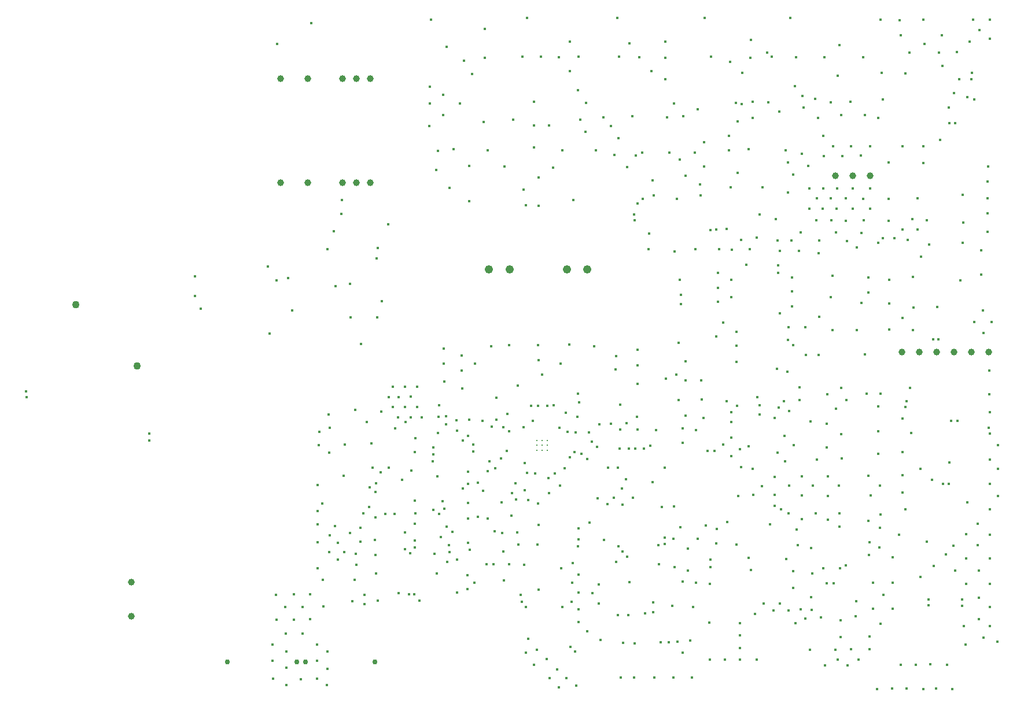
<source format=gbr>
%TF.GenerationSoftware,KiCad,Pcbnew,8.0.2*%
%TF.CreationDate,2025-03-18T14:51:49+01:00*%
%TF.ProjectId,Master_FT25,4d617374-6572-45f4-9654-32352e6b6963,rev?*%
%TF.SameCoordinates,Original*%
%TF.FileFunction,Plated,1,4,PTH,Drill*%
%TF.FilePolarity,Positive*%
%FSLAX46Y46*%
G04 Gerber Fmt 4.6, Leading zero omitted, Abs format (unit mm)*
G04 Created by KiCad (PCBNEW 8.0.2) date 2025-03-18 14:51:49*
%MOMM*%
%LPD*%
G01*
G04 APERTURE LIST*
%TA.AperFunction,ComponentDrill*%
%ADD10C,0.300000*%
%TD*%
%TA.AperFunction,ViaDrill*%
%ADD11C,0.400000*%
%TD*%
%TA.AperFunction,ComponentDrill*%
%ADD12C,0.760000*%
%TD*%
%TA.AperFunction,ComponentDrill*%
%ADD13C,1.000000*%
%TD*%
%TA.AperFunction,ComponentDrill*%
%ADD14C,1.100000*%
%TD*%
%TA.AperFunction,ComponentDrill*%
%ADD15C,1.220000*%
%TD*%
G04 APERTURE END LIST*
D10*
%TO.C,IC2*%
X130700000Y-101600000D03*
X130700000Y-102350000D03*
X130700000Y-103100000D03*
X131450000Y-101600000D03*
X131450000Y-102350000D03*
X131450000Y-103100000D03*
X132200000Y-101600000D03*
X132200000Y-102350000D03*
X132200000Y-103100000D03*
%TD*%
D11*
X55900000Y-94450000D03*
X56020209Y-95291460D03*
X73950000Y-100600000D03*
X73950000Y-101600000D03*
X80637500Y-80475000D03*
X80700000Y-77575000D03*
X81550000Y-82300000D03*
X91350000Y-76125000D03*
X91575000Y-85975000D03*
X92000000Y-131500000D03*
X92020000Y-133890000D03*
X92060000Y-136480000D03*
X92540000Y-124220000D03*
X92570000Y-127880000D03*
X92625000Y-78200000D03*
X92650000Y-43550000D03*
X93880000Y-126060000D03*
X93920000Y-129900000D03*
X94000000Y-132500000D03*
X94020000Y-134890000D03*
X94060000Y-137480000D03*
X94287500Y-77812500D03*
X94850000Y-82550000D03*
X95130000Y-124180000D03*
X95160000Y-127840000D03*
X96200000Y-136600000D03*
X96430000Y-126040000D03*
X96450000Y-129940000D03*
X97520000Y-124160000D03*
X97550000Y-127820000D03*
X97680000Y-40520000D03*
X98500000Y-131500000D03*
X98520000Y-133890000D03*
X98560000Y-136480000D03*
X98600000Y-108150000D03*
X98600000Y-112000000D03*
X98600000Y-116500000D03*
X98600000Y-120350000D03*
X98650000Y-113940000D03*
X98800000Y-102350000D03*
X98850000Y-100400000D03*
X99280000Y-110900000D03*
X99400000Y-122050000D03*
X99420000Y-125960000D03*
X100000000Y-137480000D03*
X100020001Y-135090000D03*
X100059999Y-132500000D03*
X100087500Y-73637500D03*
X100250000Y-97800000D03*
X100300000Y-103450000D03*
X100300000Y-118000000D03*
X100390000Y-115500000D03*
X100400000Y-99750000D03*
X100950000Y-71000000D03*
X101160000Y-114150000D03*
X101275000Y-79025000D03*
X101550000Y-116650000D03*
X101550000Y-119100000D03*
X102125000Y-68475000D03*
X102162500Y-66387500D03*
X102450000Y-106810000D03*
X102550000Y-118000000D03*
X102600000Y-102240000D03*
X103330153Y-115204847D03*
X103332816Y-78725000D03*
X103400000Y-83600000D03*
X103700000Y-125150000D03*
X104000000Y-122000000D03*
X104125000Y-97125000D03*
X104200000Y-118200000D03*
X104250000Y-119810000D03*
X104840000Y-116440000D03*
X104850000Y-114430000D03*
X104955304Y-87465778D03*
X105301650Y-112275001D03*
X105500000Y-124200000D03*
X105510000Y-125630000D03*
X105849600Y-98925000D03*
X106137926Y-111387926D03*
X106250000Y-108500000D03*
X106500000Y-102025000D03*
X106670000Y-105580000D03*
X106962653Y-116237347D03*
X107050000Y-109160000D03*
X107050000Y-112871492D03*
X107050000Y-118400000D03*
X107170000Y-121100000D03*
X107200000Y-107880000D03*
X107250000Y-74925000D03*
X107300000Y-83600000D03*
X107400000Y-73475000D03*
X107400000Y-125050000D03*
X107860000Y-106260000D03*
X107950000Y-97400000D03*
X108025000Y-81200000D03*
X108500000Y-112350000D03*
X108908477Y-70010875D03*
X109000000Y-95300000D03*
X109020000Y-105585000D03*
X109600000Y-96750000D03*
X109650000Y-93800000D03*
X109850000Y-112350000D03*
X110000000Y-99875000D03*
X110399695Y-98225000D03*
X110450000Y-95250000D03*
X110500000Y-124000000D03*
X110949999Y-107375001D03*
X111371149Y-117590526D03*
X111399999Y-115075000D03*
X111400000Y-93800000D03*
X111400000Y-96700000D03*
X111450000Y-98949965D03*
X111950000Y-124150000D03*
X112200000Y-118150000D03*
X112250000Y-95200000D03*
X112250000Y-98250000D03*
X112299999Y-106025001D03*
X112750000Y-124150000D03*
X112874999Y-116270821D03*
X112875000Y-110450000D03*
X112875000Y-113800000D03*
X112875000Y-117325003D03*
X112875001Y-103298670D03*
X112950000Y-101325000D03*
X112950000Y-112300000D03*
X113150000Y-93800000D03*
X113150000Y-96750000D03*
X113480000Y-125100000D03*
X113875000Y-98250000D03*
X114950000Y-55600000D03*
X115000000Y-49850000D03*
X115000000Y-52300000D03*
X115250000Y-40000000D03*
X115450000Y-104725000D03*
X115518588Y-111821749D03*
X115570000Y-103660000D03*
X115575000Y-102625000D03*
X115700000Y-118250000D03*
X116000000Y-62000000D03*
X116020000Y-121080000D03*
X116175000Y-106870000D03*
X116224999Y-100550304D03*
X116250000Y-59250000D03*
X116300000Y-98200000D03*
X116400000Y-96500000D03*
X116420000Y-112350000D03*
X116675000Y-115774834D03*
X116900000Y-110523429D03*
X117000000Y-51000000D03*
X117000000Y-54000000D03*
X117050000Y-88150000D03*
X117100000Y-90400000D03*
X117138990Y-111654976D03*
X117150000Y-93000000D03*
X117450000Y-98050000D03*
X117450000Y-99300000D03*
X117500000Y-44000000D03*
X117512500Y-114250000D03*
X117600000Y-119430000D03*
X117854795Y-116942198D03*
X117900000Y-64600000D03*
X117940000Y-117938564D03*
X118313602Y-115000000D03*
X118500000Y-59000000D03*
X118932347Y-98707653D03*
X119010000Y-123880000D03*
X119027653Y-119077653D03*
X119050000Y-100160000D03*
X119400000Y-52300000D03*
X119675000Y-89225000D03*
X119675000Y-91375000D03*
X119800000Y-94000000D03*
X119850000Y-101675000D03*
X119850000Y-108625000D03*
X120025000Y-46000000D03*
X120550000Y-121400000D03*
X120560000Y-123420000D03*
X120600000Y-116610000D03*
X120625000Y-106200000D03*
X120625000Y-107948329D03*
X120625000Y-110795000D03*
X120625000Y-113025000D03*
X120650000Y-101000000D03*
X120770000Y-98600000D03*
X120800000Y-61400000D03*
X120800000Y-66550000D03*
X120900000Y-117625000D03*
X121200000Y-47925000D03*
X121375000Y-102250000D03*
X121375000Y-103250003D03*
X121600000Y-122500000D03*
X121650000Y-90350000D03*
X122075000Y-107850000D03*
X122075000Y-112850000D03*
X122750000Y-98750000D03*
X122800000Y-109019997D03*
X122890000Y-55010000D03*
X123050000Y-45550000D03*
X123075000Y-41325000D03*
X123318156Y-119788079D03*
X123500000Y-59100000D03*
X123525000Y-106150000D03*
X123530266Y-113075000D03*
X123800000Y-104650000D03*
X124000000Y-87800000D03*
X124100000Y-99600000D03*
X124340000Y-119788080D03*
X124525000Y-114950000D03*
X124600000Y-105700000D03*
X124800000Y-95400000D03*
X124800000Y-98625000D03*
X125440000Y-104250000D03*
X125540653Y-110715347D03*
X125600000Y-115150000D03*
X125750000Y-99700000D03*
X125823833Y-117873833D03*
X125883011Y-122138079D03*
X126000000Y-61500000D03*
X126330891Y-103151125D03*
X126375000Y-97725000D03*
X126600000Y-119788080D03*
X126650000Y-87625000D03*
X126656173Y-100293827D03*
X126950000Y-112650000D03*
X127050000Y-109350000D03*
X127230000Y-54650000D03*
X127600000Y-107890000D03*
X127630000Y-110310000D03*
X127800000Y-115075000D03*
X127925000Y-93600000D03*
X128000000Y-116900000D03*
X128301849Y-124274946D03*
X128473128Y-125260169D03*
X128550000Y-45450000D03*
X128750000Y-64925000D03*
X128763666Y-99726425D03*
X128800000Y-119800000D03*
X128900000Y-104900000D03*
X128900000Y-108940000D03*
X129080000Y-132700000D03*
X129100000Y-67200000D03*
X129110626Y-126030625D03*
X129250000Y-39750000D03*
X129300000Y-106400000D03*
X129400000Y-130650000D03*
X129440000Y-110330000D03*
X129849997Y-96550000D03*
X130150000Y-98725000D03*
X130250000Y-52000000D03*
X130250000Y-55500000D03*
X130250000Y-58750000D03*
X130300000Y-134450000D03*
X130475000Y-106437500D03*
X130700000Y-132300000D03*
X130800000Y-116900000D03*
X130850000Y-96550000D03*
X130900000Y-87700000D03*
X130900000Y-110900000D03*
X130950000Y-89850000D03*
X130950000Y-123500000D03*
X130975000Y-63100000D03*
X130975000Y-67225000D03*
X130975000Y-114030000D03*
X131300000Y-45450000D03*
X131475000Y-92000000D03*
X132100000Y-133650000D03*
X132188473Y-96524722D03*
X132425153Y-107149847D03*
X132462500Y-109337500D03*
X132500000Y-55500000D03*
X132550000Y-136450000D03*
X133050000Y-61700000D03*
X133200000Y-96450000D03*
X133350000Y-106429669D03*
X133700000Y-135200000D03*
X133900000Y-45500000D03*
X133900000Y-137750000D03*
X134000000Y-99800000D03*
X134097512Y-108202488D03*
X134200000Y-90400000D03*
X134250001Y-120342582D03*
X134400000Y-59100000D03*
X134425001Y-126036403D03*
X134799999Y-105704669D03*
X134900000Y-97550000D03*
X135050000Y-136400000D03*
X135224253Y-100375000D03*
X135425000Y-87600000D03*
X135500000Y-43250000D03*
X135500000Y-47500000D03*
X135550000Y-104076620D03*
X135614555Y-131835445D03*
X135750000Y-125250000D03*
X135850000Y-122450000D03*
X135950000Y-119600000D03*
X136000000Y-66450000D03*
X136209595Y-103325000D03*
X136321663Y-132560445D03*
X136337653Y-100412347D03*
X136500000Y-137500000D03*
X136600000Y-98200000D03*
X136675000Y-94750000D03*
X136700000Y-50350000D03*
X136750151Y-117094299D03*
X136800000Y-45425000D03*
X136800000Y-121300000D03*
X136800000Y-123900000D03*
X136800000Y-126400000D03*
X136800000Y-128200000D03*
X136802719Y-114495107D03*
X136816975Y-116096534D03*
X136850000Y-96050000D03*
X137050000Y-54660000D03*
X137250000Y-103550000D03*
X137790000Y-56410000D03*
X137900000Y-52200000D03*
X138050000Y-104375000D03*
X138100000Y-129560000D03*
X138350000Y-100450000D03*
X138425000Y-113650000D03*
X138787806Y-101837194D03*
X138800000Y-123950000D03*
X139050000Y-87825000D03*
X139300000Y-59100000D03*
X139494914Y-102544303D03*
X139630851Y-110080851D03*
X139725000Y-122700000D03*
X139800000Y-125550000D03*
X139850000Y-99250000D03*
X140000000Y-130850000D03*
X140400000Y-54300000D03*
X140550001Y-116234388D03*
X141000000Y-110920000D03*
X141110000Y-105600000D03*
X141500000Y-55600000D03*
X141550000Y-99150000D03*
X142000000Y-110000000D03*
X142010000Y-59800000D03*
X142250000Y-91250000D03*
X142275000Y-89300000D03*
X142292817Y-119414626D03*
X142500000Y-39750000D03*
X142550000Y-105600000D03*
X142570000Y-127237349D03*
X142630000Y-117094302D03*
X142640000Y-57340000D03*
X142750000Y-45400000D03*
X142850000Y-102800000D03*
X142900000Y-96350000D03*
X142900000Y-100050000D03*
X142950000Y-136351494D03*
X143125000Y-108675000D03*
X143209547Y-117909242D03*
X143250000Y-111000000D03*
X143350000Y-131300000D03*
X143750000Y-107300000D03*
X143850000Y-99100000D03*
X143890000Y-61570000D03*
X143934546Y-118634241D03*
X144099847Y-127174847D03*
X144125000Y-102800000D03*
X144250000Y-43500000D03*
X144287653Y-122337653D03*
X144700000Y-54150000D03*
X144750000Y-110050000D03*
X144915422Y-68554216D03*
X144950000Y-136350000D03*
X145000000Y-69400000D03*
X145050000Y-131325000D03*
X145100000Y-102800000D03*
X145150000Y-59875000D03*
X145375000Y-98200000D03*
X145400000Y-88350000D03*
X145400000Y-90650000D03*
X145400000Y-100000000D03*
X145410000Y-93380000D03*
X145450000Y-66900000D03*
X145675000Y-45500000D03*
X146100000Y-59450000D03*
X146175000Y-66275000D03*
X146349997Y-102800000D03*
X146500000Y-126950000D03*
X147075000Y-73625000D03*
X147100000Y-71350000D03*
X147281006Y-102435000D03*
X147500000Y-47500000D03*
X147600000Y-63550000D03*
X147674999Y-107721887D03*
X147700000Y-125350000D03*
X147700000Y-126800000D03*
X147820000Y-65750000D03*
X147900000Y-136350000D03*
X148125000Y-100075000D03*
X148460383Y-116925001D03*
X148597347Y-119722653D03*
X148800000Y-131150000D03*
X148950000Y-111350000D03*
X149417996Y-115832004D03*
X149450000Y-105600000D03*
X149455982Y-116831285D03*
X149500000Y-43250000D03*
X149500000Y-45600000D03*
X149500000Y-48750000D03*
X149550000Y-92600000D03*
X149750000Y-54320000D03*
X149975000Y-131175000D03*
X150060000Y-59510000D03*
X150550000Y-125850000D03*
X150650000Y-136351494D03*
X150700000Y-116050000D03*
X150749999Y-111275304D03*
X150800000Y-52300000D03*
X150825000Y-120175000D03*
X150837500Y-73962500D03*
X151100000Y-92000000D03*
X151225000Y-66250000D03*
X151299999Y-131125000D03*
X151450000Y-87325000D03*
X151450000Y-95700000D03*
X151575000Y-60475000D03*
X151637989Y-78087989D03*
X151700000Y-114300000D03*
X151800000Y-80300000D03*
X151825000Y-81625000D03*
X152021763Y-132725000D03*
X152024999Y-122324999D03*
X152050000Y-99850000D03*
X152070000Y-102000000D03*
X152150000Y-54110000D03*
X152450000Y-62875000D03*
X152450000Y-98000000D03*
X152500000Y-90000000D03*
X152500000Y-92800000D03*
X152800000Y-117500000D03*
X152800000Y-120700000D03*
X153125000Y-130950000D03*
X153400000Y-136350000D03*
X153575001Y-126022055D03*
X153780000Y-59500000D03*
X153900000Y-73600000D03*
X153997347Y-100072653D03*
X154000000Y-122500000D03*
X154200000Y-53150000D03*
X154200000Y-116000000D03*
X154600000Y-64100000D03*
X154650000Y-65725000D03*
X154750000Y-92800000D03*
X154850000Y-95650000D03*
X155100000Y-98350000D03*
X155150000Y-57960000D03*
X155175000Y-61475000D03*
X155250000Y-39750000D03*
X155410000Y-114120000D03*
X155698730Y-103174035D03*
X155900000Y-128325000D03*
X156000000Y-133750000D03*
X156024999Y-122674999D03*
X156075000Y-70800000D03*
X156112499Y-119102500D03*
X156115000Y-120170000D03*
X156150000Y-45450000D03*
X156725000Y-103175000D03*
X156925000Y-70750000D03*
X156950000Y-116675000D03*
X156975000Y-86400000D03*
X157074999Y-114606249D03*
X157175000Y-81325000D03*
X157200000Y-79250000D03*
X157225000Y-77075000D03*
X157401167Y-73604289D03*
X157950000Y-84400000D03*
X157975000Y-102225000D03*
X158250000Y-133750000D03*
X158490000Y-95900000D03*
X158500000Y-70650000D03*
X158550000Y-113580000D03*
X158770000Y-57020000D03*
X158800000Y-59100000D03*
X158975000Y-46195585D03*
X159100000Y-64550000D03*
X159120000Y-97450000D03*
X159125000Y-78125000D03*
X159150000Y-80650000D03*
X159150000Y-101210000D03*
X159160000Y-98897653D03*
X159180000Y-103960000D03*
X159275000Y-73675000D03*
X159816305Y-52200000D03*
X159890000Y-116875000D03*
X159900000Y-85700000D03*
X159950000Y-87750000D03*
X159950000Y-90125000D03*
X160000000Y-96530000D03*
X160100000Y-54890000D03*
X160100000Y-62450000D03*
X160145000Y-109775000D03*
X160400000Y-102920000D03*
X160400000Y-128350000D03*
X160400000Y-130200000D03*
X160400000Y-132000000D03*
X160400000Y-133750000D03*
X160550000Y-105550000D03*
X160600000Y-72275000D03*
X160650000Y-52325000D03*
X160750000Y-47750000D03*
X161325000Y-75925000D03*
X161650000Y-59000000D03*
X161650000Y-102450000D03*
X161729696Y-118824999D03*
X161875000Y-73650000D03*
X161950000Y-45600000D03*
X162000000Y-43000000D03*
X162024577Y-120619272D03*
X162250000Y-52000000D03*
X162275000Y-54350000D03*
X162325000Y-105750000D03*
X162350000Y-109600000D03*
X162600000Y-127000000D03*
X162850000Y-71900000D03*
X162850000Y-133750000D03*
X162990000Y-95260000D03*
X163275000Y-97850000D03*
X163280000Y-96494999D03*
X163300000Y-68500000D03*
X163650000Y-108300000D03*
X163750000Y-64550000D03*
X163875000Y-125525000D03*
X164375000Y-44800000D03*
X164600000Y-52100000D03*
X164825000Y-113900000D03*
X165075000Y-45450000D03*
X165350000Y-126500000D03*
X165500000Y-98300000D03*
X165500000Y-107000000D03*
X165500000Y-109600000D03*
X165500000Y-111225000D03*
X165650000Y-69225000D03*
X165800000Y-91100000D03*
X165900000Y-72300000D03*
X165950000Y-103400000D03*
X166050000Y-75960000D03*
X166050000Y-77100000D03*
X166075001Y-96800000D03*
X166170000Y-53470000D03*
X166250000Y-73850000D03*
X166250000Y-83000000D03*
X166250000Y-125500000D03*
X166463521Y-111675000D03*
X166875003Y-95850000D03*
X166975000Y-100930000D03*
X167000000Y-104650000D03*
X167100000Y-59100000D03*
X167200000Y-118950000D03*
X167345153Y-91530153D03*
X167450000Y-60950000D03*
X167450000Y-65275000D03*
X167450000Y-86900000D03*
X167525000Y-126500000D03*
X167550000Y-85000000D03*
X167570000Y-112320000D03*
X167575000Y-108275000D03*
X167585000Y-97309640D03*
X167750000Y-39750000D03*
X167975000Y-72300000D03*
X168000000Y-77750000D03*
X168000000Y-79750000D03*
X168000000Y-82000000D03*
X168200000Y-62700000D03*
X168200000Y-87650000D03*
X168200000Y-120775000D03*
X168200000Y-123225000D03*
X168295118Y-102319577D03*
X168475000Y-49725000D03*
X168525000Y-128375000D03*
X168650000Y-45475000D03*
X168750000Y-114650000D03*
X168900000Y-116925000D03*
X169080000Y-73850000D03*
X169150001Y-95678112D03*
X169180000Y-93850000D03*
X169325000Y-126400000D03*
X169350000Y-71125000D03*
X169450000Y-59670000D03*
X169475000Y-113175000D03*
X169500000Y-106900000D03*
X169500000Y-109700000D03*
X169600000Y-51150000D03*
X169760000Y-52870000D03*
X170000000Y-85000000D03*
X170000000Y-127750000D03*
X170050000Y-89110000D03*
X170375000Y-61400000D03*
X170550000Y-64750000D03*
X170600000Y-67700000D03*
X170640000Y-132300000D03*
X170760000Y-98830000D03*
X170850001Y-117403113D03*
X170866721Y-124551949D03*
X170885056Y-126411353D03*
X170982010Y-121103524D03*
X171100000Y-108250000D03*
X171404415Y-51575000D03*
X171495000Y-112295000D03*
X171600000Y-69400000D03*
X171650000Y-66200000D03*
X171675000Y-104450000D03*
X171860000Y-54390000D03*
X171925000Y-74200000D03*
X171950000Y-89110000D03*
X172000000Y-72300000D03*
X172000000Y-83500000D03*
X172275000Y-127505234D03*
X172550000Y-67700000D03*
X172590000Y-56980000D03*
X172600000Y-64750000D03*
X172615000Y-120375000D03*
X172680000Y-59950000D03*
X172750000Y-45500000D03*
X172825000Y-134600000D03*
X173140000Y-122560000D03*
X173150000Y-99200000D03*
X173150000Y-102675000D03*
X173175000Y-94900000D03*
X173250000Y-113250000D03*
X173275000Y-106900000D03*
X173275000Y-109775000D03*
X173700000Y-52100000D03*
X173725000Y-80625000D03*
X173750000Y-66200000D03*
X173800000Y-69400000D03*
X174000000Y-77500000D03*
X174000000Y-85500000D03*
X174010000Y-58550000D03*
X174140003Y-122560000D03*
X174425000Y-132275000D03*
X174450000Y-97000000D03*
X174500000Y-71150000D03*
X174600000Y-67700000D03*
X174650000Y-64750000D03*
X174750000Y-48250000D03*
X174750000Y-133750000D03*
X174875000Y-108250000D03*
X174950000Y-43700000D03*
X175000000Y-114250000D03*
X175020000Y-112270000D03*
X175075000Y-120375000D03*
X175150000Y-127950000D03*
X175150000Y-130400000D03*
X175250000Y-54000000D03*
X175275000Y-93925000D03*
X175275000Y-100725000D03*
X175325000Y-104250000D03*
X175380000Y-59950000D03*
X175900000Y-66200000D03*
X175950000Y-69450000D03*
X175954402Y-119898915D03*
X176000000Y-95750000D03*
X176100000Y-72450000D03*
X176200000Y-134575000D03*
X176600000Y-52000000D03*
X176650000Y-132200000D03*
X176710000Y-58550000D03*
X176900000Y-67700000D03*
X176950000Y-64750000D03*
X177325000Y-127375000D03*
X177400000Y-125150000D03*
X177500000Y-85500000D03*
X177550000Y-73325000D03*
X177800000Y-133750000D03*
X178120000Y-59920000D03*
X178160000Y-71220000D03*
X178200000Y-81450000D03*
X178425000Y-45500000D03*
X178450000Y-66250000D03*
X178500000Y-69400000D03*
X178675000Y-89000000D03*
X178750000Y-54000000D03*
X179000000Y-94750000D03*
X179175000Y-106825000D03*
X179200000Y-113425000D03*
X179250000Y-77750000D03*
X179250000Y-80000000D03*
X179340000Y-118370000D03*
X179360000Y-116500000D03*
X179400000Y-132200000D03*
X179425000Y-130350000D03*
X179450000Y-58520000D03*
X179450000Y-67650000D03*
X179500000Y-64700000D03*
X179525000Y-109650000D03*
X179925000Y-122500000D03*
X179925000Y-126250000D03*
X180500000Y-138000000D03*
X180619836Y-54420000D03*
X180619836Y-72720000D03*
X180625000Y-96650000D03*
X180625000Y-100250000D03*
X180625000Y-103550000D03*
X180850000Y-117320000D03*
X180950000Y-108225000D03*
X180950000Y-114425000D03*
X180970000Y-112445000D03*
X181000000Y-40000000D03*
X181000000Y-94750000D03*
X181000000Y-128500000D03*
X181200000Y-47800000D03*
X181344836Y-71960000D03*
X181346794Y-51690000D03*
X181450000Y-124250000D03*
X182175000Y-66225000D03*
X182200000Y-60900000D03*
X182200000Y-69425000D03*
X182300000Y-78100000D03*
X182300000Y-81600000D03*
X182300000Y-85350000D03*
X182730000Y-137990000D03*
X182750000Y-118750000D03*
X182750000Y-122500000D03*
X182750000Y-126250000D03*
X183000000Y-72000000D03*
X183725000Y-115410000D03*
X183800000Y-40050000D03*
X183970000Y-134490000D03*
X184000000Y-42250000D03*
X184200000Y-70740000D03*
X184200000Y-83700000D03*
X184200000Y-98400000D03*
X184250000Y-58500000D03*
X184250000Y-103350000D03*
X184250000Y-106750000D03*
X184250000Y-109250000D03*
X184600000Y-47850000D03*
X184600000Y-96700000D03*
X184625000Y-111750000D03*
X184775000Y-95850000D03*
X184840000Y-137940000D03*
X184940000Y-72290000D03*
X185200000Y-44825000D03*
X185275000Y-93925000D03*
X185475000Y-100550000D03*
X185631891Y-69202043D03*
X185750000Y-77650000D03*
X185750000Y-85500000D03*
X185800000Y-82150000D03*
X186200000Y-134480000D03*
X186375000Y-66125000D03*
X186410000Y-70730000D03*
X186825000Y-105825000D03*
X186825000Y-121629447D03*
X186920000Y-74735000D03*
X187220000Y-138000000D03*
X187250000Y-58500000D03*
X187250000Y-61000000D03*
X187300000Y-40000000D03*
X187440000Y-43520000D03*
X187775000Y-116450000D03*
X187800000Y-69400000D03*
X188000000Y-124950000D03*
X188000000Y-125800003D03*
X188120000Y-72940000D03*
X188310000Y-134430000D03*
X188500000Y-107400000D03*
X188670000Y-86840000D03*
X188750000Y-120000000D03*
X189120000Y-137940000D03*
X189250000Y-82075000D03*
X189500000Y-86820000D03*
X189550000Y-44800000D03*
X189750000Y-57650000D03*
X190000000Y-42250000D03*
X190050000Y-46750000D03*
X190150000Y-108000000D03*
X190575000Y-118325000D03*
X190690000Y-134490000D03*
X190950000Y-52850000D03*
X191000000Y-108000000D03*
X191075000Y-55175000D03*
X191110000Y-104880000D03*
X191325000Y-98725000D03*
X191500000Y-138000000D03*
X191700000Y-117025000D03*
X191750000Y-50750000D03*
X191900000Y-120725000D03*
X191925000Y-55175000D03*
X192150000Y-44725000D03*
X192225000Y-98725000D03*
X192500000Y-48750000D03*
X192675000Y-78225000D03*
X192899999Y-124949999D03*
X192900000Y-125850000D03*
X193050000Y-65625000D03*
X193050000Y-72688466D03*
X193120000Y-69740000D03*
X193200000Y-128825000D03*
X193470000Y-131550000D03*
X193500000Y-118925000D03*
X193500000Y-122675000D03*
X193525000Y-115350000D03*
X193675000Y-110675000D03*
X193700000Y-51350000D03*
X194000000Y-43250000D03*
X194300000Y-48750000D03*
X194400000Y-47800000D03*
X194500000Y-40000000D03*
X194725000Y-51675000D03*
X194750000Y-84250000D03*
X195200000Y-117000000D03*
X195225000Y-113800000D03*
X195375000Y-127800000D03*
X195400000Y-120700000D03*
X195400000Y-124700000D03*
X195500000Y-41500000D03*
X195750000Y-73750000D03*
X195750000Y-77300000D03*
X196000000Y-82550000D03*
X196050000Y-85850000D03*
X196070000Y-130480000D03*
X196650000Y-63700000D03*
X196700000Y-66200000D03*
X196700000Y-68390000D03*
X196700000Y-71060000D03*
X196750000Y-61500000D03*
X196800000Y-99800000D03*
X196950000Y-91400000D03*
X196950000Y-94900000D03*
X196975000Y-128825000D03*
X197000000Y-40000000D03*
X197000000Y-42750000D03*
X197000000Y-97500000D03*
X197000000Y-104450000D03*
X197000000Y-107950000D03*
X197000000Y-111700000D03*
X197000000Y-115400000D03*
X197000000Y-118900000D03*
X197000000Y-122650000D03*
X197025000Y-100650000D03*
X197025000Y-126025000D03*
X197250000Y-84250000D03*
X198120000Y-131080000D03*
X198200000Y-102300000D03*
X198200000Y-105800000D03*
X198200000Y-109800000D03*
D12*
%TO.C,K2*%
X85385000Y-134072500D03*
X95545000Y-134072500D03*
X96815000Y-134072500D03*
X106975000Y-134072500D03*
D13*
%TO.C,TH1*%
X71375000Y-122350000D03*
X71375000Y-127350000D03*
%TO.C,T1*%
X93210000Y-48630000D03*
X93210000Y-63870000D03*
X97210000Y-48630000D03*
X97210000Y-63870000D03*
X102290000Y-48630000D03*
X102290000Y-63870000D03*
X104290000Y-48630000D03*
X104290000Y-63870000D03*
X106290000Y-48630000D03*
X106290000Y-63870000D03*
%TO.C,U3*%
X174430000Y-62900000D03*
X176970000Y-62900000D03*
X179509999Y-62900000D03*
%TO.C,J3*%
X184100000Y-88650000D03*
X186640000Y-88650000D03*
X189180000Y-88650000D03*
X191720000Y-88650000D03*
X194260000Y-88650000D03*
X196800000Y-88650000D03*
D14*
%TO.C,D7*%
X63259872Y-81709872D03*
X72240128Y-90690128D03*
D15*
%TO.C,J13*%
X123700000Y-76535000D03*
X126700000Y-76535000D03*
%TO.C,J12*%
X135100000Y-76550000D03*
X138100000Y-76550000D03*
M02*

</source>
